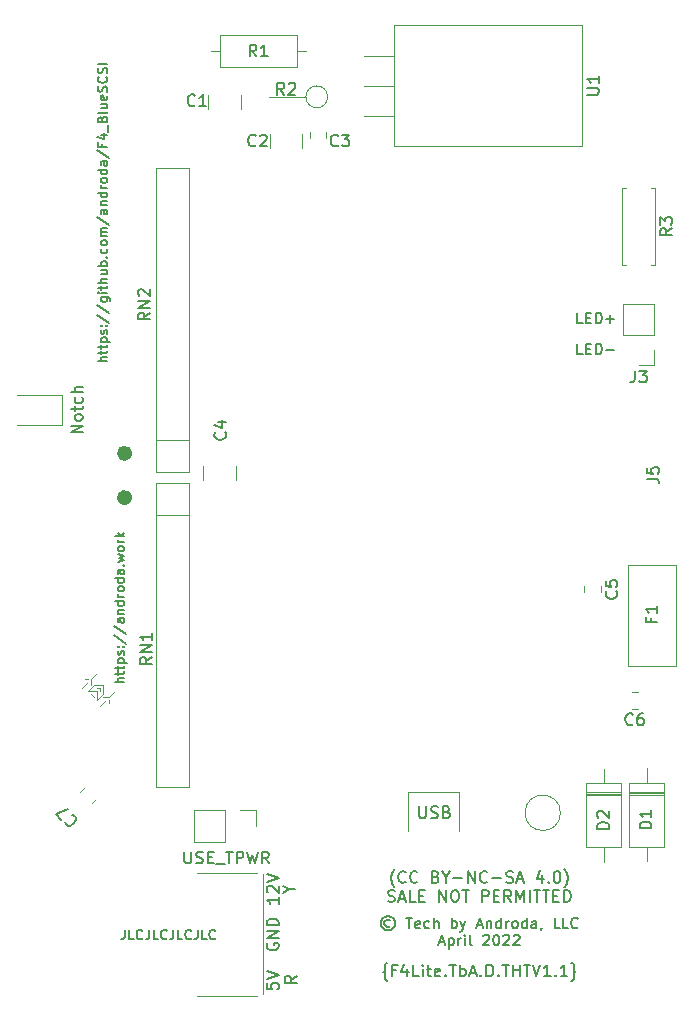
<source format=gbr>
%TF.GenerationSoftware,KiCad,Pcbnew,(6.0.2)*%
%TF.CreationDate,2022-04-19T06:00:42-06:00*%
%TF.ProjectId,F4Lite_THTV1_1,46344c69-7465-45f5-9448-5456315f312e,rev?*%
%TF.SameCoordinates,Original*%
%TF.FileFunction,Legend,Top*%
%TF.FilePolarity,Positive*%
%FSLAX46Y46*%
G04 Gerber Fmt 4.6, Leading zero omitted, Abs format (unit mm)*
G04 Created by KiCad (PCBNEW (6.0.2)) date 2022-04-19 06:00:42*
%MOMM*%
%LPD*%
G01*
G04 APERTURE LIST*
%ADD10C,0.650000*%
%ADD11C,0.150000*%
%ADD12C,0.120000*%
G04 APERTURE END LIST*
D10*
X115181380Y-105468420D02*
G75*
G03*
X115181380Y-105468420I-317500J0D01*
G01*
X115181380Y-109214920D02*
G75*
G03*
X115181380Y-109214920I-317500J0D01*
G01*
D11*
X153636645Y-97071922D02*
X153208074Y-97071922D01*
X153208074Y-96171922D01*
X153936645Y-96600494D02*
X154236645Y-96600494D01*
X154365217Y-97071922D02*
X153936645Y-97071922D01*
X153936645Y-96171922D01*
X154365217Y-96171922D01*
X154750931Y-97071922D02*
X154750931Y-96171922D01*
X154965217Y-96171922D01*
X155093788Y-96214780D01*
X155179502Y-96300494D01*
X155222360Y-96386208D01*
X155265217Y-96557637D01*
X155265217Y-96686208D01*
X155222360Y-96857637D01*
X155179502Y-96943351D01*
X155093788Y-97029065D01*
X154965217Y-97071922D01*
X154750931Y-97071922D01*
X155650931Y-96729065D02*
X156336645Y-96729065D01*
X114811904Y-124854761D02*
X114011904Y-124854761D01*
X114811904Y-124511904D02*
X114392857Y-124511904D01*
X114316666Y-124550000D01*
X114278571Y-124626190D01*
X114278571Y-124740476D01*
X114316666Y-124816666D01*
X114354761Y-124854761D01*
X114278571Y-124245238D02*
X114278571Y-123940476D01*
X114011904Y-124130952D02*
X114697619Y-124130952D01*
X114773809Y-124092857D01*
X114811904Y-124016666D01*
X114811904Y-123940476D01*
X114278571Y-123788095D02*
X114278571Y-123483333D01*
X114011904Y-123673809D02*
X114697619Y-123673809D01*
X114773809Y-123635714D01*
X114811904Y-123559523D01*
X114811904Y-123483333D01*
X114278571Y-123216666D02*
X115078571Y-123216666D01*
X114316666Y-123216666D02*
X114278571Y-123140476D01*
X114278571Y-122988095D01*
X114316666Y-122911904D01*
X114354761Y-122873809D01*
X114430952Y-122835714D01*
X114659523Y-122835714D01*
X114735714Y-122873809D01*
X114773809Y-122911904D01*
X114811904Y-122988095D01*
X114811904Y-123140476D01*
X114773809Y-123216666D01*
X114773809Y-122530952D02*
X114811904Y-122454761D01*
X114811904Y-122302380D01*
X114773809Y-122226190D01*
X114697619Y-122188095D01*
X114659523Y-122188095D01*
X114583333Y-122226190D01*
X114545238Y-122302380D01*
X114545238Y-122416666D01*
X114507142Y-122492857D01*
X114430952Y-122530952D01*
X114392857Y-122530952D01*
X114316666Y-122492857D01*
X114278571Y-122416666D01*
X114278571Y-122302380D01*
X114316666Y-122226190D01*
X114735714Y-121845238D02*
X114773809Y-121807142D01*
X114811904Y-121845238D01*
X114773809Y-121883333D01*
X114735714Y-121845238D01*
X114811904Y-121845238D01*
X114316666Y-121845238D02*
X114354761Y-121807142D01*
X114392857Y-121845238D01*
X114354761Y-121883333D01*
X114316666Y-121845238D01*
X114392857Y-121845238D01*
X113973809Y-120892857D02*
X115002380Y-121578571D01*
X113973809Y-120054761D02*
X115002380Y-120740476D01*
X114811904Y-119445238D02*
X114392857Y-119445238D01*
X114316666Y-119483333D01*
X114278571Y-119559523D01*
X114278571Y-119711904D01*
X114316666Y-119788095D01*
X114773809Y-119445238D02*
X114811904Y-119521428D01*
X114811904Y-119711904D01*
X114773809Y-119788095D01*
X114697619Y-119826190D01*
X114621428Y-119826190D01*
X114545238Y-119788095D01*
X114507142Y-119711904D01*
X114507142Y-119521428D01*
X114469047Y-119445238D01*
X114278571Y-119064285D02*
X114811904Y-119064285D01*
X114354761Y-119064285D02*
X114316666Y-119026190D01*
X114278571Y-118950000D01*
X114278571Y-118835714D01*
X114316666Y-118759523D01*
X114392857Y-118721428D01*
X114811904Y-118721428D01*
X114811904Y-117997619D02*
X114011904Y-117997619D01*
X114773809Y-117997619D02*
X114811904Y-118073809D01*
X114811904Y-118226190D01*
X114773809Y-118302380D01*
X114735714Y-118340476D01*
X114659523Y-118378571D01*
X114430952Y-118378571D01*
X114354761Y-118340476D01*
X114316666Y-118302380D01*
X114278571Y-118226190D01*
X114278571Y-118073809D01*
X114316666Y-117997619D01*
X114811904Y-117616666D02*
X114278571Y-117616666D01*
X114430952Y-117616666D02*
X114354761Y-117578571D01*
X114316666Y-117540476D01*
X114278571Y-117464285D01*
X114278571Y-117388095D01*
X114811904Y-117007142D02*
X114773809Y-117083333D01*
X114735714Y-117121428D01*
X114659523Y-117159523D01*
X114430952Y-117159523D01*
X114354761Y-117121428D01*
X114316666Y-117083333D01*
X114278571Y-117007142D01*
X114278571Y-116892857D01*
X114316666Y-116816666D01*
X114354761Y-116778571D01*
X114430952Y-116740476D01*
X114659523Y-116740476D01*
X114735714Y-116778571D01*
X114773809Y-116816666D01*
X114811904Y-116892857D01*
X114811904Y-117007142D01*
X114811904Y-116054761D02*
X114011904Y-116054761D01*
X114773809Y-116054761D02*
X114811904Y-116130952D01*
X114811904Y-116283333D01*
X114773809Y-116359523D01*
X114735714Y-116397619D01*
X114659523Y-116435714D01*
X114430952Y-116435714D01*
X114354761Y-116397619D01*
X114316666Y-116359523D01*
X114278571Y-116283333D01*
X114278571Y-116130952D01*
X114316666Y-116054761D01*
X114811904Y-115330952D02*
X114392857Y-115330952D01*
X114316666Y-115369047D01*
X114278571Y-115445238D01*
X114278571Y-115597619D01*
X114316666Y-115673809D01*
X114773809Y-115330952D02*
X114811904Y-115407142D01*
X114811904Y-115597619D01*
X114773809Y-115673809D01*
X114697619Y-115711904D01*
X114621428Y-115711904D01*
X114545238Y-115673809D01*
X114507142Y-115597619D01*
X114507142Y-115407142D01*
X114469047Y-115330952D01*
X114735714Y-114950000D02*
X114773809Y-114911904D01*
X114811904Y-114950000D01*
X114773809Y-114988095D01*
X114735714Y-114950000D01*
X114811904Y-114950000D01*
X114278571Y-114645238D02*
X114811904Y-114492857D01*
X114430952Y-114340476D01*
X114811904Y-114188095D01*
X114278571Y-114035714D01*
X114811904Y-113616666D02*
X114773809Y-113692857D01*
X114735714Y-113730952D01*
X114659523Y-113769047D01*
X114430952Y-113769047D01*
X114354761Y-113730952D01*
X114316666Y-113692857D01*
X114278571Y-113616666D01*
X114278571Y-113502380D01*
X114316666Y-113426190D01*
X114354761Y-113388095D01*
X114430952Y-113350000D01*
X114659523Y-113350000D01*
X114735714Y-113388095D01*
X114773809Y-113426190D01*
X114811904Y-113502380D01*
X114811904Y-113616666D01*
X114811904Y-113007142D02*
X114278571Y-113007142D01*
X114430952Y-113007142D02*
X114354761Y-112969047D01*
X114316666Y-112930952D01*
X114278571Y-112854761D01*
X114278571Y-112778571D01*
X114811904Y-112511904D02*
X114011904Y-112511904D01*
X114507142Y-112435714D02*
X114811904Y-112207142D01*
X114278571Y-112207142D02*
X114583333Y-112511904D01*
X153636645Y-94468422D02*
X153208074Y-94468422D01*
X153208074Y-93568422D01*
X153936645Y-93996994D02*
X154236645Y-93996994D01*
X154365217Y-94468422D02*
X153936645Y-94468422D01*
X153936645Y-93568422D01*
X154365217Y-93568422D01*
X154750931Y-94468422D02*
X154750931Y-93568422D01*
X154965217Y-93568422D01*
X155093788Y-93611280D01*
X155179502Y-93696994D01*
X155222360Y-93782708D01*
X155265217Y-93954137D01*
X155265217Y-94082708D01*
X155222360Y-94254137D01*
X155179502Y-94339851D01*
X155093788Y-94425565D01*
X154965217Y-94468422D01*
X154750931Y-94468422D01*
X155650931Y-94125565D02*
X156336645Y-94125565D01*
X155993788Y-94468422D02*
X155993788Y-93782708D01*
X119926860Y-139182860D02*
X119926860Y-139992384D01*
X119974480Y-140087622D01*
X120022099Y-140135241D01*
X120117337Y-140182860D01*
X120307813Y-140182860D01*
X120403051Y-140135241D01*
X120450670Y-140087622D01*
X120498289Y-139992384D01*
X120498289Y-139182860D01*
X120926860Y-140135241D02*
X121069718Y-140182860D01*
X121307813Y-140182860D01*
X121403051Y-140135241D01*
X121450670Y-140087622D01*
X121498289Y-139992384D01*
X121498289Y-139897146D01*
X121450670Y-139801908D01*
X121403051Y-139754289D01*
X121307813Y-139706670D01*
X121117337Y-139659051D01*
X121022099Y-139611432D01*
X120974480Y-139563813D01*
X120926860Y-139468575D01*
X120926860Y-139373337D01*
X120974480Y-139278099D01*
X121022099Y-139230480D01*
X121117337Y-139182860D01*
X121355432Y-139182860D01*
X121498289Y-139230480D01*
X121926860Y-139659051D02*
X122260194Y-139659051D01*
X122403051Y-140182860D02*
X121926860Y-140182860D01*
X121926860Y-139182860D01*
X122403051Y-139182860D01*
X122593527Y-140278099D02*
X123355432Y-140278099D01*
X123450670Y-139182860D02*
X124022099Y-139182860D01*
X123736384Y-140182860D02*
X123736384Y-139182860D01*
X124355432Y-140182860D02*
X124355432Y-139182860D01*
X124736384Y-139182860D01*
X124831622Y-139230480D01*
X124879241Y-139278099D01*
X124926860Y-139373337D01*
X124926860Y-139516194D01*
X124879241Y-139611432D01*
X124831622Y-139659051D01*
X124736384Y-139706670D01*
X124355432Y-139706670D01*
X125260194Y-139182860D02*
X125498289Y-140182860D01*
X125688765Y-139468575D01*
X125879241Y-140182860D01*
X126117337Y-139182860D01*
X127069718Y-140182860D02*
X126736384Y-139706670D01*
X126498289Y-140182860D02*
X126498289Y-139182860D01*
X126879241Y-139182860D01*
X126974480Y-139230480D01*
X127022099Y-139278099D01*
X127069718Y-139373337D01*
X127069718Y-139516194D01*
X127022099Y-139611432D01*
X126974480Y-139659051D01*
X126879241Y-139706670D01*
X126498289Y-139706670D01*
X137709523Y-142218333D02*
X137661904Y-142170714D01*
X137566666Y-142027857D01*
X137519047Y-141932619D01*
X137471428Y-141789761D01*
X137423809Y-141551666D01*
X137423809Y-141361190D01*
X137471428Y-141123095D01*
X137519047Y-140980238D01*
X137566666Y-140885000D01*
X137661904Y-140742142D01*
X137709523Y-140694523D01*
X138661904Y-141742142D02*
X138614285Y-141789761D01*
X138471428Y-141837380D01*
X138376190Y-141837380D01*
X138233333Y-141789761D01*
X138138095Y-141694523D01*
X138090476Y-141599285D01*
X138042857Y-141408809D01*
X138042857Y-141265952D01*
X138090476Y-141075476D01*
X138138095Y-140980238D01*
X138233333Y-140885000D01*
X138376190Y-140837380D01*
X138471428Y-140837380D01*
X138614285Y-140885000D01*
X138661904Y-140932619D01*
X139661904Y-141742142D02*
X139614285Y-141789761D01*
X139471428Y-141837380D01*
X139376190Y-141837380D01*
X139233333Y-141789761D01*
X139138095Y-141694523D01*
X139090476Y-141599285D01*
X139042857Y-141408809D01*
X139042857Y-141265952D01*
X139090476Y-141075476D01*
X139138095Y-140980238D01*
X139233333Y-140885000D01*
X139376190Y-140837380D01*
X139471428Y-140837380D01*
X139614285Y-140885000D01*
X139661904Y-140932619D01*
X141185714Y-141313571D02*
X141328571Y-141361190D01*
X141376190Y-141408809D01*
X141423809Y-141504047D01*
X141423809Y-141646904D01*
X141376190Y-141742142D01*
X141328571Y-141789761D01*
X141233333Y-141837380D01*
X140852380Y-141837380D01*
X140852380Y-140837380D01*
X141185714Y-140837380D01*
X141280952Y-140885000D01*
X141328571Y-140932619D01*
X141376190Y-141027857D01*
X141376190Y-141123095D01*
X141328571Y-141218333D01*
X141280952Y-141265952D01*
X141185714Y-141313571D01*
X140852380Y-141313571D01*
X142042857Y-141361190D02*
X142042857Y-141837380D01*
X141709523Y-140837380D02*
X142042857Y-141361190D01*
X142376190Y-140837380D01*
X142709523Y-141456428D02*
X143471428Y-141456428D01*
X143947619Y-141837380D02*
X143947619Y-140837380D01*
X144519047Y-141837380D01*
X144519047Y-140837380D01*
X145566666Y-141742142D02*
X145519047Y-141789761D01*
X145376190Y-141837380D01*
X145280952Y-141837380D01*
X145138095Y-141789761D01*
X145042857Y-141694523D01*
X144995238Y-141599285D01*
X144947619Y-141408809D01*
X144947619Y-141265952D01*
X144995238Y-141075476D01*
X145042857Y-140980238D01*
X145138095Y-140885000D01*
X145280952Y-140837380D01*
X145376190Y-140837380D01*
X145519047Y-140885000D01*
X145566666Y-140932619D01*
X145995238Y-141456428D02*
X146757142Y-141456428D01*
X147185714Y-141789761D02*
X147328571Y-141837380D01*
X147566666Y-141837380D01*
X147661904Y-141789761D01*
X147709523Y-141742142D01*
X147757142Y-141646904D01*
X147757142Y-141551666D01*
X147709523Y-141456428D01*
X147661904Y-141408809D01*
X147566666Y-141361190D01*
X147376190Y-141313571D01*
X147280952Y-141265952D01*
X147233333Y-141218333D01*
X147185714Y-141123095D01*
X147185714Y-141027857D01*
X147233333Y-140932619D01*
X147280952Y-140885000D01*
X147376190Y-140837380D01*
X147614285Y-140837380D01*
X147757142Y-140885000D01*
X148138095Y-141551666D02*
X148614285Y-141551666D01*
X148042857Y-141837380D02*
X148376190Y-140837380D01*
X148709523Y-141837380D01*
X150233333Y-141170714D02*
X150233333Y-141837380D01*
X149995238Y-140789761D02*
X149757142Y-141504047D01*
X150376190Y-141504047D01*
X150757142Y-141742142D02*
X150804761Y-141789761D01*
X150757142Y-141837380D01*
X150709523Y-141789761D01*
X150757142Y-141742142D01*
X150757142Y-141837380D01*
X151423809Y-140837380D02*
X151519047Y-140837380D01*
X151614285Y-140885000D01*
X151661904Y-140932619D01*
X151709523Y-141027857D01*
X151757142Y-141218333D01*
X151757142Y-141456428D01*
X151709523Y-141646904D01*
X151661904Y-141742142D01*
X151614285Y-141789761D01*
X151519047Y-141837380D01*
X151423809Y-141837380D01*
X151328571Y-141789761D01*
X151280952Y-141742142D01*
X151233333Y-141646904D01*
X151185714Y-141456428D01*
X151185714Y-141218333D01*
X151233333Y-141027857D01*
X151280952Y-140932619D01*
X151328571Y-140885000D01*
X151423809Y-140837380D01*
X152090476Y-142218333D02*
X152138095Y-142170714D01*
X152233333Y-142027857D01*
X152280952Y-141932619D01*
X152328571Y-141789761D01*
X152376190Y-141551666D01*
X152376190Y-141361190D01*
X152328571Y-141123095D01*
X152280952Y-140980238D01*
X152233333Y-140885000D01*
X152138095Y-140742142D01*
X152090476Y-140694523D01*
X137161904Y-143399761D02*
X137304761Y-143447380D01*
X137542857Y-143447380D01*
X137638095Y-143399761D01*
X137685714Y-143352142D01*
X137733333Y-143256904D01*
X137733333Y-143161666D01*
X137685714Y-143066428D01*
X137638095Y-143018809D01*
X137542857Y-142971190D01*
X137352380Y-142923571D01*
X137257142Y-142875952D01*
X137209523Y-142828333D01*
X137161904Y-142733095D01*
X137161904Y-142637857D01*
X137209523Y-142542619D01*
X137257142Y-142495000D01*
X137352380Y-142447380D01*
X137590476Y-142447380D01*
X137733333Y-142495000D01*
X138114285Y-143161666D02*
X138590476Y-143161666D01*
X138019047Y-143447380D02*
X138352380Y-142447380D01*
X138685714Y-143447380D01*
X139495238Y-143447380D02*
X139019047Y-143447380D01*
X139019047Y-142447380D01*
X139828571Y-142923571D02*
X140161904Y-142923571D01*
X140304761Y-143447380D02*
X139828571Y-143447380D01*
X139828571Y-142447380D01*
X140304761Y-142447380D01*
X141495238Y-143447380D02*
X141495238Y-142447380D01*
X142066666Y-143447380D01*
X142066666Y-142447380D01*
X142733333Y-142447380D02*
X142923809Y-142447380D01*
X143019047Y-142495000D01*
X143114285Y-142590238D01*
X143161904Y-142780714D01*
X143161904Y-143114047D01*
X143114285Y-143304523D01*
X143019047Y-143399761D01*
X142923809Y-143447380D01*
X142733333Y-143447380D01*
X142638095Y-143399761D01*
X142542857Y-143304523D01*
X142495238Y-143114047D01*
X142495238Y-142780714D01*
X142542857Y-142590238D01*
X142638095Y-142495000D01*
X142733333Y-142447380D01*
X143447619Y-142447380D02*
X144019047Y-142447380D01*
X143733333Y-143447380D02*
X143733333Y-142447380D01*
X145114285Y-143447380D02*
X145114285Y-142447380D01*
X145495238Y-142447380D01*
X145590476Y-142495000D01*
X145638095Y-142542619D01*
X145685714Y-142637857D01*
X145685714Y-142780714D01*
X145638095Y-142875952D01*
X145590476Y-142923571D01*
X145495238Y-142971190D01*
X145114285Y-142971190D01*
X146114285Y-142923571D02*
X146447619Y-142923571D01*
X146590476Y-143447380D02*
X146114285Y-143447380D01*
X146114285Y-142447380D01*
X146590476Y-142447380D01*
X147590476Y-143447380D02*
X147257142Y-142971190D01*
X147019047Y-143447380D02*
X147019047Y-142447380D01*
X147400000Y-142447380D01*
X147495238Y-142495000D01*
X147542857Y-142542619D01*
X147590476Y-142637857D01*
X147590476Y-142780714D01*
X147542857Y-142875952D01*
X147495238Y-142923571D01*
X147400000Y-142971190D01*
X147019047Y-142971190D01*
X148019047Y-143447380D02*
X148019047Y-142447380D01*
X148352380Y-143161666D01*
X148685714Y-142447380D01*
X148685714Y-143447380D01*
X149161904Y-143447380D02*
X149161904Y-142447380D01*
X149495238Y-142447380D02*
X150066666Y-142447380D01*
X149780952Y-143447380D02*
X149780952Y-142447380D01*
X150257142Y-142447380D02*
X150828571Y-142447380D01*
X150542857Y-143447380D02*
X150542857Y-142447380D01*
X151161904Y-142923571D02*
X151495238Y-142923571D01*
X151638095Y-143447380D02*
X151161904Y-143447380D01*
X151161904Y-142447380D01*
X151638095Y-142447380D01*
X152066666Y-143447380D02*
X152066666Y-142447380D01*
X152304761Y-142447380D01*
X152447619Y-142495000D01*
X152542857Y-142590238D01*
X152590476Y-142685476D01*
X152638095Y-142875952D01*
X152638095Y-143018809D01*
X152590476Y-143209285D01*
X152542857Y-143304523D01*
X152447619Y-143399761D01*
X152304761Y-143447380D01*
X152066666Y-143447380D01*
X113391904Y-97680476D02*
X112591904Y-97680476D01*
X113391904Y-97337619D02*
X112972857Y-97337619D01*
X112896666Y-97375714D01*
X112858571Y-97451904D01*
X112858571Y-97566190D01*
X112896666Y-97642380D01*
X112934761Y-97680476D01*
X112858571Y-97070952D02*
X112858571Y-96766190D01*
X112591904Y-96956666D02*
X113277619Y-96956666D01*
X113353809Y-96918571D01*
X113391904Y-96842380D01*
X113391904Y-96766190D01*
X112858571Y-96613809D02*
X112858571Y-96309047D01*
X112591904Y-96499523D02*
X113277619Y-96499523D01*
X113353809Y-96461428D01*
X113391904Y-96385238D01*
X113391904Y-96309047D01*
X112858571Y-96042380D02*
X113658571Y-96042380D01*
X112896666Y-96042380D02*
X112858571Y-95966190D01*
X112858571Y-95813809D01*
X112896666Y-95737619D01*
X112934761Y-95699523D01*
X113010952Y-95661428D01*
X113239523Y-95661428D01*
X113315714Y-95699523D01*
X113353809Y-95737619D01*
X113391904Y-95813809D01*
X113391904Y-95966190D01*
X113353809Y-96042380D01*
X113353809Y-95356666D02*
X113391904Y-95280476D01*
X113391904Y-95128095D01*
X113353809Y-95051904D01*
X113277619Y-95013809D01*
X113239523Y-95013809D01*
X113163333Y-95051904D01*
X113125238Y-95128095D01*
X113125238Y-95242380D01*
X113087142Y-95318571D01*
X113010952Y-95356666D01*
X112972857Y-95356666D01*
X112896666Y-95318571D01*
X112858571Y-95242380D01*
X112858571Y-95128095D01*
X112896666Y-95051904D01*
X113315714Y-94670952D02*
X113353809Y-94632857D01*
X113391904Y-94670952D01*
X113353809Y-94709047D01*
X113315714Y-94670952D01*
X113391904Y-94670952D01*
X112896666Y-94670952D02*
X112934761Y-94632857D01*
X112972857Y-94670952D01*
X112934761Y-94709047D01*
X112896666Y-94670952D01*
X112972857Y-94670952D01*
X112553809Y-93718571D02*
X113582380Y-94404285D01*
X112553809Y-92880476D02*
X113582380Y-93566190D01*
X112858571Y-92270952D02*
X113506190Y-92270952D01*
X113582380Y-92309047D01*
X113620476Y-92347142D01*
X113658571Y-92423333D01*
X113658571Y-92537619D01*
X113620476Y-92613809D01*
X113353809Y-92270952D02*
X113391904Y-92347142D01*
X113391904Y-92499523D01*
X113353809Y-92575714D01*
X113315714Y-92613809D01*
X113239523Y-92651904D01*
X113010952Y-92651904D01*
X112934761Y-92613809D01*
X112896666Y-92575714D01*
X112858571Y-92499523D01*
X112858571Y-92347142D01*
X112896666Y-92270952D01*
X113391904Y-91890000D02*
X112858571Y-91890000D01*
X112591904Y-91890000D02*
X112630000Y-91928095D01*
X112668095Y-91890000D01*
X112630000Y-91851904D01*
X112591904Y-91890000D01*
X112668095Y-91890000D01*
X112858571Y-91623333D02*
X112858571Y-91318571D01*
X112591904Y-91509047D02*
X113277619Y-91509047D01*
X113353809Y-91470952D01*
X113391904Y-91394761D01*
X113391904Y-91318571D01*
X113391904Y-91051904D02*
X112591904Y-91051904D01*
X113391904Y-90709047D02*
X112972857Y-90709047D01*
X112896666Y-90747142D01*
X112858571Y-90823333D01*
X112858571Y-90937619D01*
X112896666Y-91013809D01*
X112934761Y-91051904D01*
X112858571Y-89985238D02*
X113391904Y-89985238D01*
X112858571Y-90328095D02*
X113277619Y-90328095D01*
X113353809Y-90290000D01*
X113391904Y-90213809D01*
X113391904Y-90099523D01*
X113353809Y-90023333D01*
X113315714Y-89985238D01*
X113391904Y-89604285D02*
X112591904Y-89604285D01*
X112896666Y-89604285D02*
X112858571Y-89528095D01*
X112858571Y-89375714D01*
X112896666Y-89299523D01*
X112934761Y-89261428D01*
X113010952Y-89223333D01*
X113239523Y-89223333D01*
X113315714Y-89261428D01*
X113353809Y-89299523D01*
X113391904Y-89375714D01*
X113391904Y-89528095D01*
X113353809Y-89604285D01*
X113315714Y-88880476D02*
X113353809Y-88842380D01*
X113391904Y-88880476D01*
X113353809Y-88918571D01*
X113315714Y-88880476D01*
X113391904Y-88880476D01*
X113353809Y-88156666D02*
X113391904Y-88232857D01*
X113391904Y-88385238D01*
X113353809Y-88461428D01*
X113315714Y-88499523D01*
X113239523Y-88537619D01*
X113010952Y-88537619D01*
X112934761Y-88499523D01*
X112896666Y-88461428D01*
X112858571Y-88385238D01*
X112858571Y-88232857D01*
X112896666Y-88156666D01*
X113391904Y-87699523D02*
X113353809Y-87775714D01*
X113315714Y-87813809D01*
X113239523Y-87851904D01*
X113010952Y-87851904D01*
X112934761Y-87813809D01*
X112896666Y-87775714D01*
X112858571Y-87699523D01*
X112858571Y-87585238D01*
X112896666Y-87509047D01*
X112934761Y-87470952D01*
X113010952Y-87432857D01*
X113239523Y-87432857D01*
X113315714Y-87470952D01*
X113353809Y-87509047D01*
X113391904Y-87585238D01*
X113391904Y-87699523D01*
X113391904Y-87090000D02*
X112858571Y-87090000D01*
X112934761Y-87090000D02*
X112896666Y-87051904D01*
X112858571Y-86975714D01*
X112858571Y-86861428D01*
X112896666Y-86785238D01*
X112972857Y-86747142D01*
X113391904Y-86747142D01*
X112972857Y-86747142D02*
X112896666Y-86709047D01*
X112858571Y-86632857D01*
X112858571Y-86518571D01*
X112896666Y-86442380D01*
X112972857Y-86404285D01*
X113391904Y-86404285D01*
X112553809Y-85451904D02*
X113582380Y-86137619D01*
X113391904Y-84842380D02*
X112972857Y-84842380D01*
X112896666Y-84880476D01*
X112858571Y-84956666D01*
X112858571Y-85109047D01*
X112896666Y-85185238D01*
X113353809Y-84842380D02*
X113391904Y-84918571D01*
X113391904Y-85109047D01*
X113353809Y-85185238D01*
X113277619Y-85223333D01*
X113201428Y-85223333D01*
X113125238Y-85185238D01*
X113087142Y-85109047D01*
X113087142Y-84918571D01*
X113049047Y-84842380D01*
X112858571Y-84461428D02*
X113391904Y-84461428D01*
X112934761Y-84461428D02*
X112896666Y-84423333D01*
X112858571Y-84347142D01*
X112858571Y-84232857D01*
X112896666Y-84156666D01*
X112972857Y-84118571D01*
X113391904Y-84118571D01*
X113391904Y-83394761D02*
X112591904Y-83394761D01*
X113353809Y-83394761D02*
X113391904Y-83470952D01*
X113391904Y-83623333D01*
X113353809Y-83699523D01*
X113315714Y-83737619D01*
X113239523Y-83775714D01*
X113010952Y-83775714D01*
X112934761Y-83737619D01*
X112896666Y-83699523D01*
X112858571Y-83623333D01*
X112858571Y-83470952D01*
X112896666Y-83394761D01*
X113391904Y-83013809D02*
X112858571Y-83013809D01*
X113010952Y-83013809D02*
X112934761Y-82975714D01*
X112896666Y-82937619D01*
X112858571Y-82861428D01*
X112858571Y-82785238D01*
X113391904Y-82404285D02*
X113353809Y-82480476D01*
X113315714Y-82518571D01*
X113239523Y-82556666D01*
X113010952Y-82556666D01*
X112934761Y-82518571D01*
X112896666Y-82480476D01*
X112858571Y-82404285D01*
X112858571Y-82290000D01*
X112896666Y-82213809D01*
X112934761Y-82175714D01*
X113010952Y-82137619D01*
X113239523Y-82137619D01*
X113315714Y-82175714D01*
X113353809Y-82213809D01*
X113391904Y-82290000D01*
X113391904Y-82404285D01*
X113391904Y-81451904D02*
X112591904Y-81451904D01*
X113353809Y-81451904D02*
X113391904Y-81528095D01*
X113391904Y-81680476D01*
X113353809Y-81756666D01*
X113315714Y-81794761D01*
X113239523Y-81832857D01*
X113010952Y-81832857D01*
X112934761Y-81794761D01*
X112896666Y-81756666D01*
X112858571Y-81680476D01*
X112858571Y-81528095D01*
X112896666Y-81451904D01*
X113391904Y-80728095D02*
X112972857Y-80728095D01*
X112896666Y-80766190D01*
X112858571Y-80842380D01*
X112858571Y-80994761D01*
X112896666Y-81070952D01*
X113353809Y-80728095D02*
X113391904Y-80804285D01*
X113391904Y-80994761D01*
X113353809Y-81070952D01*
X113277619Y-81109047D01*
X113201428Y-81109047D01*
X113125238Y-81070952D01*
X113087142Y-80994761D01*
X113087142Y-80804285D01*
X113049047Y-80728095D01*
X112553809Y-79775714D02*
X113582380Y-80461428D01*
X112972857Y-79242380D02*
X112972857Y-79509047D01*
X113391904Y-79509047D02*
X112591904Y-79509047D01*
X112591904Y-79128095D01*
X112858571Y-78480476D02*
X113391904Y-78480476D01*
X112553809Y-78670952D02*
X113125238Y-78861428D01*
X113125238Y-78366190D01*
X113468095Y-78251904D02*
X113468095Y-77642380D01*
X112972857Y-77185238D02*
X113010952Y-77070952D01*
X113049047Y-77032857D01*
X113125238Y-76994761D01*
X113239523Y-76994761D01*
X113315714Y-77032857D01*
X113353809Y-77070952D01*
X113391904Y-77147142D01*
X113391904Y-77451904D01*
X112591904Y-77451904D01*
X112591904Y-77185238D01*
X112630000Y-77109047D01*
X112668095Y-77070952D01*
X112744285Y-77032857D01*
X112820476Y-77032857D01*
X112896666Y-77070952D01*
X112934761Y-77109047D01*
X112972857Y-77185238D01*
X112972857Y-77451904D01*
X113391904Y-76537619D02*
X113353809Y-76613809D01*
X113277619Y-76651904D01*
X112591904Y-76651904D01*
X112858571Y-75890000D02*
X113391904Y-75890000D01*
X112858571Y-76232857D02*
X113277619Y-76232857D01*
X113353809Y-76194761D01*
X113391904Y-76118571D01*
X113391904Y-76004285D01*
X113353809Y-75928095D01*
X113315714Y-75890000D01*
X113353809Y-75204285D02*
X113391904Y-75280476D01*
X113391904Y-75432857D01*
X113353809Y-75509047D01*
X113277619Y-75547142D01*
X112972857Y-75547142D01*
X112896666Y-75509047D01*
X112858571Y-75432857D01*
X112858571Y-75280476D01*
X112896666Y-75204285D01*
X112972857Y-75166190D01*
X113049047Y-75166190D01*
X113125238Y-75547142D01*
X113353809Y-74861428D02*
X113391904Y-74747142D01*
X113391904Y-74556666D01*
X113353809Y-74480476D01*
X113315714Y-74442380D01*
X113239523Y-74404285D01*
X113163333Y-74404285D01*
X113087142Y-74442380D01*
X113049047Y-74480476D01*
X113010952Y-74556666D01*
X112972857Y-74709047D01*
X112934761Y-74785238D01*
X112896666Y-74823333D01*
X112820476Y-74861428D01*
X112744285Y-74861428D01*
X112668095Y-74823333D01*
X112630000Y-74785238D01*
X112591904Y-74709047D01*
X112591904Y-74518571D01*
X112630000Y-74404285D01*
X113315714Y-73604285D02*
X113353809Y-73642380D01*
X113391904Y-73756666D01*
X113391904Y-73832857D01*
X113353809Y-73947142D01*
X113277619Y-74023333D01*
X113201428Y-74061428D01*
X113049047Y-74099523D01*
X112934761Y-74099523D01*
X112782380Y-74061428D01*
X112706190Y-74023333D01*
X112630000Y-73947142D01*
X112591904Y-73832857D01*
X112591904Y-73756666D01*
X112630000Y-73642380D01*
X112668095Y-73604285D01*
X113353809Y-73299523D02*
X113391904Y-73185238D01*
X113391904Y-72994761D01*
X113353809Y-72918571D01*
X113315714Y-72880476D01*
X113239523Y-72842380D01*
X113163333Y-72842380D01*
X113087142Y-72880476D01*
X113049047Y-72918571D01*
X113010952Y-72994761D01*
X112972857Y-73147142D01*
X112934761Y-73223333D01*
X112896666Y-73261428D01*
X112820476Y-73299523D01*
X112744285Y-73299523D01*
X112668095Y-73261428D01*
X112630000Y-73223333D01*
X112591904Y-73147142D01*
X112591904Y-72956666D01*
X112630000Y-72842380D01*
X113391904Y-72499523D02*
X112591904Y-72499523D01*
X137114285Y-150140413D02*
X137066666Y-150140413D01*
X136971428Y-150092794D01*
X136923809Y-149997556D01*
X136923809Y-149521365D01*
X136876190Y-149426127D01*
X136780952Y-149378508D01*
X136876190Y-149330889D01*
X136923809Y-149235651D01*
X136923809Y-148759460D01*
X136971428Y-148664222D01*
X137066666Y-148616603D01*
X137114285Y-148616603D01*
X137828571Y-149235651D02*
X137495238Y-149235651D01*
X137495238Y-149759460D02*
X137495238Y-148759460D01*
X137971428Y-148759460D01*
X138780952Y-149092794D02*
X138780952Y-149759460D01*
X138542857Y-148711841D02*
X138304761Y-149426127D01*
X138923809Y-149426127D01*
X139780952Y-149759460D02*
X139304761Y-149759460D01*
X139304761Y-148759460D01*
X140114285Y-149759460D02*
X140114285Y-149092794D01*
X140114285Y-148759460D02*
X140066666Y-148807080D01*
X140114285Y-148854699D01*
X140161904Y-148807080D01*
X140114285Y-148759460D01*
X140114285Y-148854699D01*
X140447619Y-149092794D02*
X140828571Y-149092794D01*
X140590476Y-148759460D02*
X140590476Y-149616603D01*
X140638095Y-149711841D01*
X140733333Y-149759460D01*
X140828571Y-149759460D01*
X141542857Y-149711841D02*
X141447619Y-149759460D01*
X141257142Y-149759460D01*
X141161904Y-149711841D01*
X141114285Y-149616603D01*
X141114285Y-149235651D01*
X141161904Y-149140413D01*
X141257142Y-149092794D01*
X141447619Y-149092794D01*
X141542857Y-149140413D01*
X141590476Y-149235651D01*
X141590476Y-149330889D01*
X141114285Y-149426127D01*
X142019047Y-149664222D02*
X142066666Y-149711841D01*
X142019047Y-149759460D01*
X141971428Y-149711841D01*
X142019047Y-149664222D01*
X142019047Y-149759460D01*
X142352380Y-148759460D02*
X142923809Y-148759460D01*
X142638095Y-149759460D02*
X142638095Y-148759460D01*
X143257142Y-149759460D02*
X143257142Y-148759460D01*
X143257142Y-149140413D02*
X143352380Y-149092794D01*
X143542857Y-149092794D01*
X143638095Y-149140413D01*
X143685714Y-149188032D01*
X143733333Y-149283270D01*
X143733333Y-149568984D01*
X143685714Y-149664222D01*
X143638095Y-149711841D01*
X143542857Y-149759460D01*
X143352380Y-149759460D01*
X143257142Y-149711841D01*
X144114285Y-149473746D02*
X144590476Y-149473746D01*
X144019047Y-149759460D02*
X144352380Y-148759460D01*
X144685714Y-149759460D01*
X145019047Y-149664222D02*
X145066666Y-149711841D01*
X145019047Y-149759460D01*
X144971428Y-149711841D01*
X145019047Y-149664222D01*
X145019047Y-149759460D01*
X145495238Y-149759460D02*
X145495238Y-148759460D01*
X145733333Y-148759460D01*
X145876190Y-148807080D01*
X145971428Y-148902318D01*
X146019047Y-148997556D01*
X146066666Y-149188032D01*
X146066666Y-149330889D01*
X146019047Y-149521365D01*
X145971428Y-149616603D01*
X145876190Y-149711841D01*
X145733333Y-149759460D01*
X145495238Y-149759460D01*
X146495238Y-149664222D02*
X146542857Y-149711841D01*
X146495238Y-149759460D01*
X146447619Y-149711841D01*
X146495238Y-149664222D01*
X146495238Y-149759460D01*
X146828571Y-148759460D02*
X147400000Y-148759460D01*
X147114285Y-149759460D02*
X147114285Y-148759460D01*
X147733333Y-149759460D02*
X147733333Y-148759460D01*
X147733333Y-149235651D02*
X148304761Y-149235651D01*
X148304761Y-149759460D02*
X148304761Y-148759460D01*
X148638095Y-148759460D02*
X149209523Y-148759460D01*
X148923809Y-149759460D02*
X148923809Y-148759460D01*
X149400000Y-148759460D02*
X149733333Y-149759460D01*
X150066666Y-148759460D01*
X150923809Y-149759460D02*
X150352380Y-149759460D01*
X150638095Y-149759460D02*
X150638095Y-148759460D01*
X150542857Y-148902318D01*
X150447619Y-148997556D01*
X150352380Y-149045175D01*
X151352380Y-149664222D02*
X151400000Y-149711841D01*
X151352380Y-149759460D01*
X151304761Y-149711841D01*
X151352380Y-149664222D01*
X151352380Y-149759460D01*
X152352380Y-149759460D02*
X151780952Y-149759460D01*
X152066666Y-149759460D02*
X152066666Y-148759460D01*
X151971428Y-148902318D01*
X151876190Y-148997556D01*
X151780952Y-149045175D01*
X152685714Y-150140413D02*
X152733333Y-150140413D01*
X152828571Y-150092794D01*
X152876190Y-149997556D01*
X152876190Y-149521365D01*
X152923809Y-149426127D01*
X153019047Y-149378508D01*
X152923809Y-149330889D01*
X152876190Y-149235651D01*
X152876190Y-148759460D01*
X152828571Y-148664222D01*
X152733333Y-148616603D01*
X152685714Y-148616603D01*
X137335714Y-144996928D02*
X137250000Y-144954071D01*
X137078571Y-144954071D01*
X136992857Y-144996928D01*
X136907142Y-145082642D01*
X136864285Y-145168357D01*
X136864285Y-145339785D01*
X136907142Y-145425500D01*
X136992857Y-145511214D01*
X137078571Y-145554071D01*
X137250000Y-145554071D01*
X137335714Y-145511214D01*
X137164285Y-144654071D02*
X136950000Y-144696928D01*
X136735714Y-144825500D01*
X136607142Y-145039785D01*
X136564285Y-145254071D01*
X136607142Y-145468357D01*
X136735714Y-145682642D01*
X136950000Y-145811214D01*
X137164285Y-145854071D01*
X137378571Y-145811214D01*
X137592857Y-145682642D01*
X137721428Y-145468357D01*
X137764285Y-145254071D01*
X137721428Y-145039785D01*
X137592857Y-144825500D01*
X137378571Y-144696928D01*
X137164285Y-144654071D01*
X138707142Y-144782642D02*
X139221428Y-144782642D01*
X138964285Y-145682642D02*
X138964285Y-144782642D01*
X139864285Y-145639785D02*
X139778571Y-145682642D01*
X139607142Y-145682642D01*
X139521428Y-145639785D01*
X139478571Y-145554071D01*
X139478571Y-145211214D01*
X139521428Y-145125500D01*
X139607142Y-145082642D01*
X139778571Y-145082642D01*
X139864285Y-145125500D01*
X139907142Y-145211214D01*
X139907142Y-145296928D01*
X139478571Y-145382642D01*
X140678571Y-145639785D02*
X140592857Y-145682642D01*
X140421428Y-145682642D01*
X140335714Y-145639785D01*
X140292857Y-145596928D01*
X140250000Y-145511214D01*
X140250000Y-145254071D01*
X140292857Y-145168357D01*
X140335714Y-145125500D01*
X140421428Y-145082642D01*
X140592857Y-145082642D01*
X140678571Y-145125500D01*
X141064285Y-145682642D02*
X141064285Y-144782642D01*
X141450000Y-145682642D02*
X141450000Y-145211214D01*
X141407142Y-145125500D01*
X141321428Y-145082642D01*
X141192857Y-145082642D01*
X141107142Y-145125500D01*
X141064285Y-145168357D01*
X142564285Y-145682642D02*
X142564285Y-144782642D01*
X142564285Y-145125500D02*
X142650000Y-145082642D01*
X142821428Y-145082642D01*
X142907142Y-145125500D01*
X142950000Y-145168357D01*
X142992857Y-145254071D01*
X142992857Y-145511214D01*
X142950000Y-145596928D01*
X142907142Y-145639785D01*
X142821428Y-145682642D01*
X142650000Y-145682642D01*
X142564285Y-145639785D01*
X143292857Y-145082642D02*
X143507142Y-145682642D01*
X143721428Y-145082642D02*
X143507142Y-145682642D01*
X143421428Y-145896928D01*
X143378571Y-145939785D01*
X143292857Y-145982642D01*
X144707142Y-145425500D02*
X145135714Y-145425500D01*
X144621428Y-145682642D02*
X144921428Y-144782642D01*
X145221428Y-145682642D01*
X145521428Y-145082642D02*
X145521428Y-145682642D01*
X145521428Y-145168357D02*
X145564285Y-145125500D01*
X145650000Y-145082642D01*
X145778571Y-145082642D01*
X145864285Y-145125500D01*
X145907142Y-145211214D01*
X145907142Y-145682642D01*
X146721428Y-145682642D02*
X146721428Y-144782642D01*
X146721428Y-145639785D02*
X146635714Y-145682642D01*
X146464285Y-145682642D01*
X146378571Y-145639785D01*
X146335714Y-145596928D01*
X146292857Y-145511214D01*
X146292857Y-145254071D01*
X146335714Y-145168357D01*
X146378571Y-145125500D01*
X146464285Y-145082642D01*
X146635714Y-145082642D01*
X146721428Y-145125500D01*
X147150000Y-145682642D02*
X147150000Y-145082642D01*
X147150000Y-145254071D02*
X147192857Y-145168357D01*
X147235714Y-145125500D01*
X147321428Y-145082642D01*
X147407142Y-145082642D01*
X147835714Y-145682642D02*
X147750000Y-145639785D01*
X147707142Y-145596928D01*
X147664285Y-145511214D01*
X147664285Y-145254071D01*
X147707142Y-145168357D01*
X147750000Y-145125500D01*
X147835714Y-145082642D01*
X147964285Y-145082642D01*
X148050000Y-145125500D01*
X148092857Y-145168357D01*
X148135714Y-145254071D01*
X148135714Y-145511214D01*
X148092857Y-145596928D01*
X148050000Y-145639785D01*
X147964285Y-145682642D01*
X147835714Y-145682642D01*
X148907142Y-145682642D02*
X148907142Y-144782642D01*
X148907142Y-145639785D02*
X148821428Y-145682642D01*
X148650000Y-145682642D01*
X148564285Y-145639785D01*
X148521428Y-145596928D01*
X148478571Y-145511214D01*
X148478571Y-145254071D01*
X148521428Y-145168357D01*
X148564285Y-145125500D01*
X148650000Y-145082642D01*
X148821428Y-145082642D01*
X148907142Y-145125500D01*
X149721428Y-145682642D02*
X149721428Y-145211214D01*
X149678571Y-145125500D01*
X149592857Y-145082642D01*
X149421428Y-145082642D01*
X149335714Y-145125500D01*
X149721428Y-145639785D02*
X149635714Y-145682642D01*
X149421428Y-145682642D01*
X149335714Y-145639785D01*
X149292857Y-145554071D01*
X149292857Y-145468357D01*
X149335714Y-145382642D01*
X149421428Y-145339785D01*
X149635714Y-145339785D01*
X149721428Y-145296928D01*
X150192857Y-145639785D02*
X150192857Y-145682642D01*
X150150000Y-145768357D01*
X150107142Y-145811214D01*
X151692857Y-145682642D02*
X151264285Y-145682642D01*
X151264285Y-144782642D01*
X152421428Y-145682642D02*
X151992857Y-145682642D01*
X151992857Y-144782642D01*
X153235714Y-145596928D02*
X153192857Y-145639785D01*
X153064285Y-145682642D01*
X152978571Y-145682642D01*
X152850000Y-145639785D01*
X152764285Y-145554071D01*
X152721428Y-145468357D01*
X152678571Y-145296928D01*
X152678571Y-145168357D01*
X152721428Y-144996928D01*
X152764285Y-144911214D01*
X152850000Y-144825500D01*
X152978571Y-144782642D01*
X153064285Y-144782642D01*
X153192857Y-144825500D01*
X153235714Y-144868357D01*
X141492857Y-146874500D02*
X141921428Y-146874500D01*
X141407142Y-147131642D02*
X141707142Y-146231642D01*
X142007142Y-147131642D01*
X142307142Y-146531642D02*
X142307142Y-147431642D01*
X142307142Y-146574500D02*
X142392857Y-146531642D01*
X142564285Y-146531642D01*
X142650000Y-146574500D01*
X142692857Y-146617357D01*
X142735714Y-146703071D01*
X142735714Y-146960214D01*
X142692857Y-147045928D01*
X142650000Y-147088785D01*
X142564285Y-147131642D01*
X142392857Y-147131642D01*
X142307142Y-147088785D01*
X143121428Y-147131642D02*
X143121428Y-146531642D01*
X143121428Y-146703071D02*
X143164285Y-146617357D01*
X143207142Y-146574500D01*
X143292857Y-146531642D01*
X143378571Y-146531642D01*
X143678571Y-147131642D02*
X143678571Y-146531642D01*
X143678571Y-146231642D02*
X143635714Y-146274500D01*
X143678571Y-146317357D01*
X143721428Y-146274500D01*
X143678571Y-146231642D01*
X143678571Y-146317357D01*
X144235714Y-147131642D02*
X144150000Y-147088785D01*
X144107142Y-147003071D01*
X144107142Y-146231642D01*
X145221428Y-146317357D02*
X145264285Y-146274500D01*
X145350000Y-146231642D01*
X145564285Y-146231642D01*
X145650000Y-146274500D01*
X145692857Y-146317357D01*
X145735714Y-146403071D01*
X145735714Y-146488785D01*
X145692857Y-146617357D01*
X145178571Y-147131642D01*
X145735714Y-147131642D01*
X146292857Y-146231642D02*
X146378571Y-146231642D01*
X146464285Y-146274500D01*
X146507142Y-146317357D01*
X146550000Y-146403071D01*
X146592857Y-146574500D01*
X146592857Y-146788785D01*
X146550000Y-146960214D01*
X146507142Y-147045928D01*
X146464285Y-147088785D01*
X146378571Y-147131642D01*
X146292857Y-147131642D01*
X146207142Y-147088785D01*
X146164285Y-147045928D01*
X146121428Y-146960214D01*
X146078571Y-146788785D01*
X146078571Y-146574500D01*
X146121428Y-146403071D01*
X146164285Y-146317357D01*
X146207142Y-146274500D01*
X146292857Y-146231642D01*
X146935714Y-146317357D02*
X146978571Y-146274500D01*
X147064285Y-146231642D01*
X147278571Y-146231642D01*
X147364285Y-146274500D01*
X147407142Y-146317357D01*
X147450000Y-146403071D01*
X147450000Y-146488785D01*
X147407142Y-146617357D01*
X146892857Y-147131642D01*
X147450000Y-147131642D01*
X147792857Y-146317357D02*
X147835714Y-146274500D01*
X147921428Y-146231642D01*
X148135714Y-146231642D01*
X148221428Y-146274500D01*
X148264285Y-146317357D01*
X148307142Y-146403071D01*
X148307142Y-146488785D01*
X148264285Y-146617357D01*
X147750000Y-147131642D01*
X148307142Y-147131642D01*
X114884661Y-145810024D02*
X114884661Y-146381453D01*
X114846566Y-146495739D01*
X114770376Y-146571929D01*
X114656090Y-146610024D01*
X114579900Y-146610024D01*
X115646566Y-146610024D02*
X115265614Y-146610024D01*
X115265614Y-145810024D01*
X116370376Y-146533834D02*
X116332280Y-146571929D01*
X116217995Y-146610024D01*
X116141804Y-146610024D01*
X116027519Y-146571929D01*
X115951328Y-146495739D01*
X115913233Y-146419548D01*
X115875138Y-146267167D01*
X115875138Y-146152881D01*
X115913233Y-146000500D01*
X115951328Y-145924310D01*
X116027519Y-145848120D01*
X116141804Y-145810024D01*
X116217995Y-145810024D01*
X116332280Y-145848120D01*
X116370376Y-145886215D01*
X116941804Y-145810024D02*
X116941804Y-146381453D01*
X116903709Y-146495739D01*
X116827519Y-146571929D01*
X116713233Y-146610024D01*
X116637042Y-146610024D01*
X117703709Y-146610024D02*
X117322757Y-146610024D01*
X117322757Y-145810024D01*
X118427519Y-146533834D02*
X118389423Y-146571929D01*
X118275138Y-146610024D01*
X118198947Y-146610024D01*
X118084661Y-146571929D01*
X118008471Y-146495739D01*
X117970376Y-146419548D01*
X117932280Y-146267167D01*
X117932280Y-146152881D01*
X117970376Y-146000500D01*
X118008471Y-145924310D01*
X118084661Y-145848120D01*
X118198947Y-145810024D01*
X118275138Y-145810024D01*
X118389423Y-145848120D01*
X118427519Y-145886215D01*
X118998947Y-145810024D02*
X118998947Y-146381453D01*
X118960852Y-146495739D01*
X118884661Y-146571929D01*
X118770376Y-146610024D01*
X118694185Y-146610024D01*
X119760852Y-146610024D02*
X119379900Y-146610024D01*
X119379900Y-145810024D01*
X120484661Y-146533834D02*
X120446566Y-146571929D01*
X120332280Y-146610024D01*
X120256090Y-146610024D01*
X120141804Y-146571929D01*
X120065614Y-146495739D01*
X120027519Y-146419548D01*
X119989423Y-146267167D01*
X119989423Y-146152881D01*
X120027519Y-146000500D01*
X120065614Y-145924310D01*
X120141804Y-145848120D01*
X120256090Y-145810024D01*
X120332280Y-145810024D01*
X120446566Y-145848120D01*
X120484661Y-145886215D01*
X121056090Y-145810024D02*
X121056090Y-146381453D01*
X121017995Y-146495739D01*
X120941804Y-146571929D01*
X120827519Y-146610024D01*
X120751328Y-146610024D01*
X121817995Y-146610024D02*
X121437042Y-146610024D01*
X121437042Y-145810024D01*
X122541804Y-146533834D02*
X122503709Y-146571929D01*
X122389423Y-146610024D01*
X122313233Y-146610024D01*
X122198947Y-146571929D01*
X122122757Y-146495739D01*
X122084661Y-146419548D01*
X122046566Y-146267167D01*
X122046566Y-146152881D01*
X122084661Y-146000500D01*
X122122757Y-145924310D01*
X122198947Y-145848120D01*
X122313233Y-145810024D01*
X122389423Y-145810024D01*
X122503709Y-145848120D01*
X122541804Y-145886215D01*
%TO.C,J4*%
X111305600Y-103692721D02*
X110305600Y-103692721D01*
X111305600Y-103121293D01*
X110305600Y-103121293D01*
X111305600Y-102502245D02*
X111257981Y-102597483D01*
X111210362Y-102645102D01*
X111115124Y-102692721D01*
X110829410Y-102692721D01*
X110734172Y-102645102D01*
X110686553Y-102597483D01*
X110638934Y-102502245D01*
X110638934Y-102359388D01*
X110686553Y-102264150D01*
X110734172Y-102216531D01*
X110829410Y-102168912D01*
X111115124Y-102168912D01*
X111210362Y-102216531D01*
X111257981Y-102264150D01*
X111305600Y-102359388D01*
X111305600Y-102502245D01*
X110638934Y-101883198D02*
X110638934Y-101502245D01*
X110305600Y-101740340D02*
X111162743Y-101740340D01*
X111257981Y-101692721D01*
X111305600Y-101597483D01*
X111305600Y-101502245D01*
X111257981Y-100740340D02*
X111305600Y-100835579D01*
X111305600Y-101026055D01*
X111257981Y-101121293D01*
X111210362Y-101168912D01*
X111115124Y-101216531D01*
X110829410Y-101216531D01*
X110734172Y-101168912D01*
X110686553Y-101121293D01*
X110638934Y-101026055D01*
X110638934Y-100835579D01*
X110686553Y-100740340D01*
X111305600Y-100311769D02*
X110305600Y-100311769D01*
X111305600Y-99883198D02*
X110781791Y-99883198D01*
X110686553Y-99930817D01*
X110638934Y-100026055D01*
X110638934Y-100168912D01*
X110686553Y-100264150D01*
X110734172Y-100311769D01*
%TO.C,J2*%
X126901960Y-150334956D02*
X126901960Y-150811146D01*
X127378151Y-150858765D01*
X127330532Y-150811146D01*
X127282913Y-150715908D01*
X127282913Y-150477813D01*
X127330532Y-150382575D01*
X127378151Y-150334956D01*
X127473389Y-150287337D01*
X127711484Y-150287337D01*
X127806722Y-150334956D01*
X127854341Y-150382575D01*
X127901960Y-150477813D01*
X127901960Y-150715908D01*
X127854341Y-150811146D01*
X127806722Y-150858765D01*
X126901960Y-150001622D02*
X127901960Y-149668289D01*
X126901960Y-149334956D01*
X129425960Y-149707956D02*
X128949770Y-150041289D01*
X129425960Y-150279384D02*
X128425960Y-150279384D01*
X128425960Y-149898432D01*
X128473580Y-149803194D01*
X128521199Y-149755575D01*
X128616437Y-149707956D01*
X128759294Y-149707956D01*
X128854532Y-149755575D01*
X128902151Y-149803194D01*
X128949770Y-149898432D01*
X128949770Y-150279384D01*
X128822770Y-142397480D02*
X129298960Y-142397480D01*
X128298960Y-142730813D02*
X128822770Y-142397480D01*
X128298960Y-142064146D01*
X126949580Y-146969384D02*
X126901960Y-147064622D01*
X126901960Y-147207480D01*
X126949580Y-147350337D01*
X127044818Y-147445575D01*
X127140056Y-147493194D01*
X127330532Y-147540813D01*
X127473389Y-147540813D01*
X127663865Y-147493194D01*
X127759103Y-147445575D01*
X127854341Y-147350337D01*
X127901960Y-147207480D01*
X127901960Y-147112241D01*
X127854341Y-146969384D01*
X127806722Y-146921765D01*
X127473389Y-146921765D01*
X127473389Y-147112241D01*
X127901960Y-146493194D02*
X126901960Y-146493194D01*
X127901960Y-145921765D01*
X126901960Y-145921765D01*
X127901960Y-145445575D02*
X126901960Y-145445575D01*
X126901960Y-145207480D01*
X126949580Y-145064622D01*
X127044818Y-144969384D01*
X127140056Y-144921765D01*
X127330532Y-144874146D01*
X127473389Y-144874146D01*
X127663865Y-144921765D01*
X127759103Y-144969384D01*
X127854341Y-145064622D01*
X127901960Y-145207480D01*
X127901960Y-145445575D01*
X127901960Y-143016527D02*
X127901960Y-143587956D01*
X127901960Y-143302241D02*
X126901960Y-143302241D01*
X127044818Y-143397480D01*
X127140056Y-143492718D01*
X127187675Y-143587956D01*
X126997199Y-142635575D02*
X126949580Y-142587956D01*
X126901960Y-142492718D01*
X126901960Y-142254622D01*
X126949580Y-142159384D01*
X126997199Y-142111765D01*
X127092437Y-142064146D01*
X127187675Y-142064146D01*
X127330532Y-142111765D01*
X127901960Y-142683194D01*
X127901960Y-142064146D01*
X126901960Y-141778432D02*
X127901960Y-141445099D01*
X126901960Y-141111765D01*
%TO.C,C2*%
X125959573Y-79396862D02*
X125911954Y-79444481D01*
X125769097Y-79492100D01*
X125673859Y-79492100D01*
X125531001Y-79444481D01*
X125435763Y-79349243D01*
X125388144Y-79254005D01*
X125340525Y-79063529D01*
X125340525Y-78920672D01*
X125388144Y-78730196D01*
X125435763Y-78634958D01*
X125531001Y-78539720D01*
X125673859Y-78492100D01*
X125769097Y-78492100D01*
X125911954Y-78539720D01*
X125959573Y-78587339D01*
X126340525Y-78587339D02*
X126388144Y-78539720D01*
X126483382Y-78492100D01*
X126721478Y-78492100D01*
X126816716Y-78539720D01*
X126864335Y-78587339D01*
X126911954Y-78682577D01*
X126911954Y-78777815D01*
X126864335Y-78920672D01*
X126292906Y-79492100D01*
X126911954Y-79492100D01*
%TO.C,C4*%
X123374422Y-103689446D02*
X123422041Y-103737065D01*
X123469660Y-103879922D01*
X123469660Y-103975160D01*
X123422041Y-104118018D01*
X123326803Y-104213256D01*
X123231565Y-104260875D01*
X123041089Y-104308494D01*
X122898232Y-104308494D01*
X122707756Y-104260875D01*
X122612518Y-104213256D01*
X122517280Y-104118018D01*
X122469660Y-103975160D01*
X122469660Y-103879922D01*
X122517280Y-103737065D01*
X122564899Y-103689446D01*
X122802994Y-102832303D02*
X123469660Y-102832303D01*
X122422041Y-103070399D02*
X123136327Y-103308494D01*
X123136327Y-102689446D01*
%TO.C,J5*%
X159092220Y-107627413D02*
X159806506Y-107627413D01*
X159949363Y-107675032D01*
X160044601Y-107770270D01*
X160092220Y-107913127D01*
X160092220Y-108008365D01*
X159092220Y-106675032D02*
X159092220Y-107151222D01*
X159568411Y-107198841D01*
X159520792Y-107151222D01*
X159473173Y-107055984D01*
X159473173Y-106817889D01*
X159520792Y-106722651D01*
X159568411Y-106675032D01*
X159663649Y-106627413D01*
X159901744Y-106627413D01*
X159996982Y-106675032D01*
X160044601Y-106722651D01*
X160092220Y-106817889D01*
X160092220Y-107055984D01*
X160044601Y-107151222D01*
X159996982Y-107198841D01*
%TO.C,F1*%
X159447121Y-119435443D02*
X159447121Y-119768776D01*
X159970930Y-119768776D02*
X158970930Y-119768776D01*
X158970930Y-119292586D01*
X159970930Y-118387824D02*
X159970930Y-118959252D01*
X159970930Y-118673538D02*
X158970930Y-118673538D01*
X159113788Y-118768776D01*
X159209026Y-118864014D01*
X159256645Y-118959252D01*
%TO.C,C1*%
X120821153Y-75990722D02*
X120773534Y-76038341D01*
X120630677Y-76085960D01*
X120535439Y-76085960D01*
X120392581Y-76038341D01*
X120297343Y-75943103D01*
X120249724Y-75847865D01*
X120202105Y-75657389D01*
X120202105Y-75514532D01*
X120249724Y-75324056D01*
X120297343Y-75228818D01*
X120392581Y-75133580D01*
X120535439Y-75085960D01*
X120630677Y-75085960D01*
X120773534Y-75133580D01*
X120821153Y-75181199D01*
X121773534Y-76085960D02*
X121202105Y-76085960D01*
X121487820Y-76085960D02*
X121487820Y-75085960D01*
X121392581Y-75228818D01*
X121297343Y-75324056D01*
X121202105Y-75371675D01*
%TO.C,R1*%
X126015453Y-71861940D02*
X125682120Y-71385750D01*
X125444024Y-71861940D02*
X125444024Y-70861940D01*
X125824977Y-70861940D01*
X125920215Y-70909560D01*
X125967834Y-70957179D01*
X126015453Y-71052417D01*
X126015453Y-71195274D01*
X125967834Y-71290512D01*
X125920215Y-71338131D01*
X125824977Y-71385750D01*
X125444024Y-71385750D01*
X126967834Y-71861940D02*
X126396405Y-71861940D01*
X126682120Y-71861940D02*
X126682120Y-70861940D01*
X126586881Y-71004798D01*
X126491643Y-71100036D01*
X126396405Y-71147655D01*
%TO.C,R2*%
X128364953Y-75100440D02*
X128031620Y-74624250D01*
X127793524Y-75100440D02*
X127793524Y-74100440D01*
X128174477Y-74100440D01*
X128269715Y-74148060D01*
X128317334Y-74195679D01*
X128364953Y-74290917D01*
X128364953Y-74433774D01*
X128317334Y-74529012D01*
X128269715Y-74576631D01*
X128174477Y-74624250D01*
X127793524Y-74624250D01*
X128745905Y-74195679D02*
X128793524Y-74148060D01*
X128888762Y-74100440D01*
X129126858Y-74100440D01*
X129222096Y-74148060D01*
X129269715Y-74195679D01*
X129317334Y-74290917D01*
X129317334Y-74386155D01*
X129269715Y-74529012D01*
X128698286Y-75100440D01*
X129317334Y-75100440D01*
%TO.C,RN1*%
X117173000Y-122709536D02*
X116696810Y-123042869D01*
X117173000Y-123280964D02*
X116173000Y-123280964D01*
X116173000Y-122900012D01*
X116220620Y-122804774D01*
X116268239Y-122757155D01*
X116363477Y-122709536D01*
X116506334Y-122709536D01*
X116601572Y-122757155D01*
X116649191Y-122804774D01*
X116696810Y-122900012D01*
X116696810Y-123280964D01*
X117173000Y-122280964D02*
X116173000Y-122280964D01*
X117173000Y-121709536D01*
X116173000Y-121709536D01*
X117173000Y-120709536D02*
X117173000Y-121280964D01*
X117173000Y-120995250D02*
X116173000Y-120995250D01*
X116315858Y-121090488D01*
X116411096Y-121185726D01*
X116458715Y-121280964D01*
%TO.C,RN2*%
X116995500Y-93563036D02*
X116519310Y-93896369D01*
X116995500Y-94134464D02*
X115995500Y-94134464D01*
X115995500Y-93753512D01*
X116043120Y-93658274D01*
X116090739Y-93610655D01*
X116185977Y-93563036D01*
X116328834Y-93563036D01*
X116424072Y-93610655D01*
X116471691Y-93658274D01*
X116519310Y-93753512D01*
X116519310Y-94134464D01*
X116995500Y-93134464D02*
X115995500Y-93134464D01*
X116995500Y-92563036D01*
X115995500Y-92563036D01*
X116090739Y-92134464D02*
X116043120Y-92086845D01*
X115995500Y-91991607D01*
X115995500Y-91753512D01*
X116043120Y-91658274D01*
X116090739Y-91610655D01*
X116185977Y-91563036D01*
X116281215Y-91563036D01*
X116424072Y-91610655D01*
X116995500Y-92182083D01*
X116995500Y-91563036D01*
%TO.C,U1*%
X154025000Y-75092464D02*
X154834524Y-75092464D01*
X154929762Y-75044845D01*
X154977381Y-74997226D01*
X155025000Y-74901988D01*
X155025000Y-74711512D01*
X154977381Y-74616274D01*
X154929762Y-74568655D01*
X154834524Y-74521036D01*
X154025000Y-74521036D01*
X155025000Y-73521036D02*
X155025000Y-74092464D01*
X155025000Y-73806750D02*
X154025000Y-73806750D01*
X154167858Y-73901988D01*
X154263096Y-73997226D01*
X154310715Y-74092464D01*
%TO.C,D1*%
X159471620Y-137219915D02*
X158471620Y-137219915D01*
X158471620Y-136981820D01*
X158519240Y-136838962D01*
X158614478Y-136743724D01*
X158709716Y-136696105D01*
X158900192Y-136648486D01*
X159043049Y-136648486D01*
X159233525Y-136696105D01*
X159328763Y-136743724D01*
X159424001Y-136838962D01*
X159471620Y-136981820D01*
X159471620Y-137219915D01*
X159471620Y-135696105D02*
X159471620Y-136267534D01*
X159471620Y-135981820D02*
X158471620Y-135981820D01*
X158614478Y-136077058D01*
X158709716Y-136172296D01*
X158757335Y-136267534D01*
%TO.C,D2*%
X155890220Y-137258015D02*
X154890220Y-137258015D01*
X154890220Y-137019920D01*
X154937840Y-136877062D01*
X155033078Y-136781824D01*
X155128316Y-136734205D01*
X155318792Y-136686586D01*
X155461649Y-136686586D01*
X155652125Y-136734205D01*
X155747363Y-136781824D01*
X155842601Y-136877062D01*
X155890220Y-137019920D01*
X155890220Y-137258015D01*
X154985459Y-136305634D02*
X154937840Y-136258015D01*
X154890220Y-136162777D01*
X154890220Y-135924681D01*
X154937840Y-135829443D01*
X154985459Y-135781824D01*
X155080697Y-135734205D01*
X155175935Y-135734205D01*
X155318792Y-135781824D01*
X155890220Y-136353253D01*
X155890220Y-135734205D01*
%TO.C,C5*%
X156484862Y-117147966D02*
X156532481Y-117195585D01*
X156580100Y-117338442D01*
X156580100Y-117433680D01*
X156532481Y-117576538D01*
X156437243Y-117671776D01*
X156342005Y-117719395D01*
X156151529Y-117767014D01*
X156008672Y-117767014D01*
X155818196Y-117719395D01*
X155722958Y-117671776D01*
X155627720Y-117576538D01*
X155580100Y-117433680D01*
X155580100Y-117338442D01*
X155627720Y-117195585D01*
X155675339Y-117147966D01*
X155580100Y-116243204D02*
X155580100Y-116719395D01*
X156056291Y-116767014D01*
X156008672Y-116719395D01*
X155961053Y-116624157D01*
X155961053Y-116386061D01*
X156008672Y-116290823D01*
X156056291Y-116243204D01*
X156151529Y-116195585D01*
X156389624Y-116195585D01*
X156484862Y-116243204D01*
X156532481Y-116290823D01*
X156580100Y-116386061D01*
X156580100Y-116624157D01*
X156532481Y-116719395D01*
X156484862Y-116767014D01*
%TO.C,J3*%
X158063606Y-98472560D02*
X158063606Y-99186846D01*
X158015987Y-99329703D01*
X157920749Y-99424941D01*
X157777892Y-99472560D01*
X157682654Y-99472560D01*
X158444559Y-98472560D02*
X159063606Y-98472560D01*
X158730273Y-98853513D01*
X158873130Y-98853513D01*
X158968368Y-98901132D01*
X159015987Y-98948751D01*
X159063606Y-99043989D01*
X159063606Y-99282084D01*
X159015987Y-99377322D01*
X158968368Y-99424941D01*
X158873130Y-99472560D01*
X158587416Y-99472560D01*
X158492178Y-99424941D01*
X158444559Y-99377322D01*
%TO.C,R3*%
X161199000Y-86430146D02*
X160722810Y-86763480D01*
X161199000Y-87001575D02*
X160199000Y-87001575D01*
X160199000Y-86620622D01*
X160246620Y-86525384D01*
X160294239Y-86477765D01*
X160389477Y-86430146D01*
X160532334Y-86430146D01*
X160627572Y-86477765D01*
X160675191Y-86525384D01*
X160722810Y-86620622D01*
X160722810Y-87001575D01*
X160199000Y-86096813D02*
X160199000Y-85477765D01*
X160579953Y-85811099D01*
X160579953Y-85668241D01*
X160627572Y-85573003D01*
X160675191Y-85525384D01*
X160770429Y-85477765D01*
X161008524Y-85477765D01*
X161103762Y-85525384D01*
X161151381Y-85573003D01*
X161199000Y-85668241D01*
X161199000Y-85953956D01*
X161151381Y-86049194D01*
X161103762Y-86096813D01*
%TO.C,U2*%
X139809695Y-135360160D02*
X139809695Y-136169684D01*
X139857314Y-136264922D01*
X139904933Y-136312541D01*
X140000171Y-136360160D01*
X140190647Y-136360160D01*
X140285885Y-136312541D01*
X140333504Y-136264922D01*
X140381123Y-136169684D01*
X140381123Y-135360160D01*
X140809695Y-136312541D02*
X140952552Y-136360160D01*
X141190647Y-136360160D01*
X141285885Y-136312541D01*
X141333504Y-136264922D01*
X141381123Y-136169684D01*
X141381123Y-136074446D01*
X141333504Y-135979208D01*
X141285885Y-135931589D01*
X141190647Y-135883970D01*
X141000171Y-135836351D01*
X140904933Y-135788732D01*
X140857314Y-135741113D01*
X140809695Y-135645875D01*
X140809695Y-135550637D01*
X140857314Y-135455399D01*
X140904933Y-135407780D01*
X141000171Y-135360160D01*
X141238266Y-135360160D01*
X141381123Y-135407780D01*
X142143028Y-135836351D02*
X142285885Y-135883970D01*
X142333504Y-135931589D01*
X142381123Y-136026827D01*
X142381123Y-136169684D01*
X142333504Y-136264922D01*
X142285885Y-136312541D01*
X142190647Y-136360160D01*
X141809695Y-136360160D01*
X141809695Y-135360160D01*
X142143028Y-135360160D01*
X142238266Y-135407780D01*
X142285885Y-135455399D01*
X142333504Y-135550637D01*
X142333504Y-135645875D01*
X142285885Y-135741113D01*
X142238266Y-135788732D01*
X142143028Y-135836351D01*
X141809695Y-135836351D01*
%TO.C,C7*%
X110387949Y-136082972D02*
X110455292Y-136082972D01*
X110589979Y-136150316D01*
X110657323Y-136217660D01*
X110724666Y-136352347D01*
X110724666Y-136487034D01*
X110690995Y-136588049D01*
X110589979Y-136756408D01*
X110488964Y-136857423D01*
X110320605Y-136958438D01*
X110219590Y-136992110D01*
X110084903Y-136992110D01*
X109950216Y-136924766D01*
X109882872Y-136857423D01*
X109815529Y-136722736D01*
X109815529Y-136655392D01*
X109512483Y-136487034D02*
X109041079Y-136015629D01*
X110051231Y-135611568D01*
%TO.C,C6*%
X157888533Y-128400082D02*
X157840914Y-128447701D01*
X157698057Y-128495320D01*
X157602819Y-128495320D01*
X157459961Y-128447701D01*
X157364723Y-128352463D01*
X157317104Y-128257225D01*
X157269485Y-128066749D01*
X157269485Y-127923892D01*
X157317104Y-127733416D01*
X157364723Y-127638178D01*
X157459961Y-127542940D01*
X157602819Y-127495320D01*
X157698057Y-127495320D01*
X157840914Y-127542940D01*
X157888533Y-127590559D01*
X158745676Y-127495320D02*
X158555200Y-127495320D01*
X158459961Y-127542940D01*
X158412342Y-127590559D01*
X158317104Y-127733416D01*
X158269485Y-127923892D01*
X158269485Y-128304844D01*
X158317104Y-128400082D01*
X158364723Y-128447701D01*
X158459961Y-128495320D01*
X158650438Y-128495320D01*
X158745676Y-128447701D01*
X158793295Y-128400082D01*
X158840914Y-128304844D01*
X158840914Y-128066749D01*
X158793295Y-127971511D01*
X158745676Y-127923892D01*
X158650438Y-127876273D01*
X158459961Y-127876273D01*
X158364723Y-127923892D01*
X158317104Y-127971511D01*
X158269485Y-128066749D01*
%TO.C,C3*%
X132936953Y-79384162D02*
X132889334Y-79431781D01*
X132746477Y-79479400D01*
X132651239Y-79479400D01*
X132508381Y-79431781D01*
X132413143Y-79336543D01*
X132365524Y-79241305D01*
X132317905Y-79050829D01*
X132317905Y-78907972D01*
X132365524Y-78717496D01*
X132413143Y-78622258D01*
X132508381Y-78527020D01*
X132651239Y-78479400D01*
X132746477Y-78479400D01*
X132889334Y-78527020D01*
X132936953Y-78574639D01*
X133270286Y-78479400D02*
X133889334Y-78479400D01*
X133556000Y-78860353D01*
X133698858Y-78860353D01*
X133794096Y-78907972D01*
X133841715Y-78955591D01*
X133889334Y-79050829D01*
X133889334Y-79288924D01*
X133841715Y-79384162D01*
X133794096Y-79431781D01*
X133698858Y-79479400D01*
X133413143Y-79479400D01*
X133317905Y-79431781D01*
X133270286Y-79384162D01*
D12*
%TO.C,J4*%
X109583220Y-103057960D02*
X105773220Y-103057960D01*
X105773220Y-100517960D02*
X109583220Y-100517960D01*
X109583220Y-100517960D02*
X109583220Y-103057960D01*
%TO.C,J2*%
X126052580Y-151414480D02*
X120972580Y-151414480D01*
X126560580Y-151287480D02*
X126560580Y-141127480D01*
X126052580Y-141000480D02*
X120972580Y-141000480D01*
%TO.C,C2*%
X129871300Y-78431636D02*
X129871300Y-79635764D01*
X127151300Y-78431636D02*
X127151300Y-79635764D01*
%TO.C,C4*%
X121535360Y-106513876D02*
X121535360Y-107718004D01*
X124255360Y-106513876D02*
X124255360Y-107718004D01*
%TO.C,F1*%
X157484760Y-123507440D02*
X157484760Y-114907440D01*
X157484760Y-123507440D02*
X161584760Y-123507440D01*
X157484760Y-114907440D02*
X161584760Y-114907440D01*
X161584760Y-123507440D02*
X161584760Y-114907440D01*
%TO.C,REF\u002A\u002A*%
X113573000Y-126135000D02*
X114081000Y-125627000D01*
X113573000Y-126389000D02*
X113573000Y-126643000D01*
X112049000Y-125881000D02*
X112303000Y-126135000D01*
X113065000Y-126135000D02*
X113573000Y-126135000D01*
X112303000Y-125119000D02*
X111795000Y-125627000D01*
X112049000Y-125119000D02*
X112049000Y-124611000D01*
X112811000Y-125627000D02*
X112811000Y-125373000D01*
X112303000Y-125119000D02*
X113065000Y-125119000D01*
X112557000Y-125627000D02*
X111795000Y-125627000D01*
X113065000Y-125119000D02*
X113065000Y-125881000D01*
X113065000Y-125881000D02*
X112557000Y-126389000D01*
X112049000Y-124611000D02*
X112557000Y-124103000D01*
X112811000Y-125373000D02*
X112557000Y-125373000D01*
X113319000Y-126389000D02*
X112811000Y-126897000D01*
X111795000Y-124865000D02*
X111287000Y-125373000D01*
X111795000Y-124611000D02*
X111541000Y-124611000D01*
X112557000Y-126389000D02*
X112557000Y-125627000D01*
%TO.C,C1*%
X121964620Y-75098496D02*
X121964620Y-76302624D01*
X124684620Y-75098496D02*
X124684620Y-76302624D01*
%TO.C,R1*%
X122142120Y-71409560D02*
X122912120Y-71409560D01*
X129452120Y-70039560D02*
X122912120Y-70039560D01*
X129452120Y-72779560D02*
X129452120Y-70039560D01*
X130222120Y-71409560D02*
X129452120Y-71409560D01*
X122912120Y-70039560D02*
X122912120Y-72779560D01*
X122912120Y-72779560D02*
X129452120Y-72779560D01*
%TO.C,R2*%
X130215120Y-75283060D02*
X127055120Y-75283060D01*
X132055120Y-75283060D02*
G75*
G03*
X132055120Y-75283060I-920000J0D01*
G01*
%TO.C,RN1*%
X117543120Y-107942560D02*
X117543120Y-133682560D01*
X120343120Y-107942560D02*
X117543120Y-107942560D01*
X117543120Y-133682560D02*
X120343120Y-133682560D01*
X120343120Y-133682560D02*
X120343120Y-107942560D01*
X120343120Y-110652560D02*
X117543120Y-110652560D01*
%TO.C,RN2*%
X120343120Y-81272560D02*
X117543120Y-81272560D01*
X117543120Y-104302560D02*
X120343120Y-104302560D01*
X117543120Y-107012560D02*
X120343120Y-107012560D01*
X120343120Y-107012560D02*
X120343120Y-81272560D01*
X117543120Y-81272560D02*
X117543120Y-107012560D01*
%TO.C,U1*%
X137682620Y-76870560D02*
X135142620Y-76870560D01*
X153572620Y-69210560D02*
X137682620Y-69210560D01*
X137682620Y-74330560D02*
X135142620Y-74330560D01*
X153572620Y-69210560D02*
X153572620Y-79450560D01*
X153572620Y-79450560D02*
X137682620Y-79450560D01*
X137682620Y-69210560D02*
X137682620Y-79450560D01*
X137682620Y-71790560D02*
X135142620Y-71790560D01*
%TO.C,J1*%
X120762720Y-135680140D02*
X120762720Y-138340140D01*
X124632720Y-135680140D02*
X125962720Y-135680140D01*
X125962720Y-135680140D02*
X125962720Y-137010140D01*
X123362720Y-138340140D02*
X120762720Y-138340140D01*
X123362720Y-135680140D02*
X123362720Y-138340140D01*
X123362720Y-135680140D02*
X120762720Y-135680140D01*
%TO.C,D1*%
X157610200Y-138795420D02*
X160550200Y-138795420D01*
X160550200Y-133355420D02*
X157610200Y-133355420D01*
X160550200Y-134255420D02*
X157610200Y-134255420D01*
X160550200Y-134375420D02*
X157610200Y-134375420D01*
X160550200Y-134135420D02*
X157610200Y-134135420D01*
X160550200Y-138795420D02*
X160550200Y-133355420D01*
X159080200Y-132135420D02*
X159080200Y-133355420D01*
X157610200Y-133355420D02*
X157610200Y-138795420D01*
X159080200Y-140015420D02*
X159080200Y-138795420D01*
%TO.C,D2*%
X156895140Y-134293520D02*
X153955140Y-134293520D01*
X156895140Y-134173520D02*
X153955140Y-134173520D01*
X156895140Y-134413520D02*
X153955140Y-134413520D01*
X156895140Y-133393520D02*
X153955140Y-133393520D01*
X155425140Y-140053520D02*
X155425140Y-138833520D01*
X153955140Y-133393520D02*
X153955140Y-138833520D01*
X155425140Y-132173520D02*
X155425140Y-133393520D01*
X156895140Y-138833520D02*
X156895140Y-133393520D01*
X153955140Y-138833520D02*
X156895140Y-138833520D01*
%TO.C,C5*%
X153767720Y-116720048D02*
X153767720Y-117242552D01*
X155187720Y-116720048D02*
X155187720Y-117242552D01*
%TO.C,J3*%
X159726940Y-96690180D02*
X159726940Y-98020180D01*
X159726940Y-98020180D02*
X158396940Y-98020180D01*
X159726940Y-95420180D02*
X159726940Y-92820180D01*
X159726940Y-95420180D02*
X157066940Y-95420180D01*
X159726940Y-92820180D02*
X157066940Y-92820180D01*
X157066940Y-95420180D02*
X157066940Y-92820180D01*
%TO.C,R3*%
X159746620Y-82993480D02*
X159746620Y-89533480D01*
X157006620Y-82993480D02*
X157006620Y-89533480D01*
X159746620Y-89533480D02*
X159416620Y-89533480D01*
X157006620Y-89533480D02*
X157336620Y-89533480D01*
X157336620Y-82993480D02*
X157006620Y-82993480D01*
X159416620Y-82993480D02*
X159746620Y-82993480D01*
%TO.C,U2*%
X143154400Y-134129780D02*
X138836400Y-134129780D01*
X143154400Y-137431780D02*
X143154400Y-134129780D01*
X138836400Y-134129780D02*
X138836400Y-137431780D01*
X151766400Y-135907780D02*
G75*
G03*
X151766400Y-135907780I-1500000J0D01*
G01*
%TO.C,C7*%
X111475707Y-133735101D02*
X111106241Y-134104567D01*
X112479799Y-134739193D02*
X112110333Y-135108659D01*
%TO.C,C6*%
X158316452Y-125682940D02*
X157793948Y-125682940D01*
X158316452Y-127102940D02*
X157793948Y-127102940D01*
%TO.C,C3*%
X131939100Y-78282008D02*
X131939100Y-78804512D01*
X130519100Y-78282008D02*
X130519100Y-78804512D01*
%TD*%
M02*

</source>
